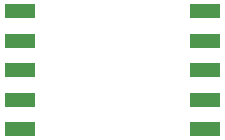
<source format=gbr>
%TF.GenerationSoftware,KiCad,Pcbnew,5.99.0-unknown-046fb58183~131~ubuntu20.04.1*%
%TF.CreationDate,2021-07-12T17:52:22-05:00*%
%TF.ProjectId,WurthTransformerFix,57757274-6854-4726-916e-73666f726d65,rev?*%
%TF.SameCoordinates,Original*%
%TF.FileFunction,Paste,Top*%
%TF.FilePolarity,Positive*%
%FSLAX46Y46*%
G04 Gerber Fmt 4.6, Leading zero omitted, Abs format (unit mm)*
G04 Created by KiCad (PCBNEW 5.99.0-unknown-046fb58183~131~ubuntu20.04.1) date 2021-07-12 17:52:22*
%MOMM*%
%LPD*%
G01*
G04 APERTURE LIST*
%ADD10R,2.540000X1.270000*%
G04 APERTURE END LIST*
D10*
%TO.C,TR2*%
X-7810000Y-5000000D03*
X-7810000Y-2500000D03*
X-7810000Y0D03*
X-7810000Y2500000D03*
X-7810000Y5000000D03*
X7810000Y5000000D03*
X7810000Y2500000D03*
X7810000Y0D03*
X7810000Y-2500000D03*
X7810000Y-5000000D03*
%TD*%
M02*

</source>
